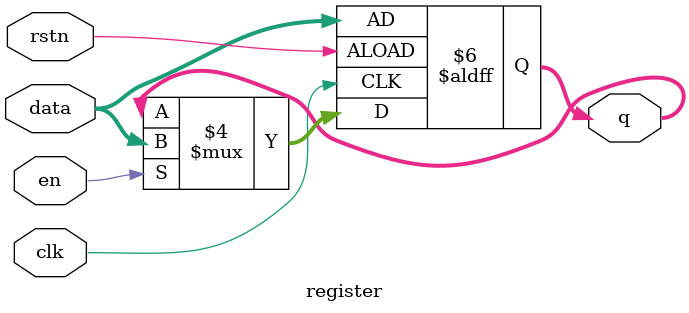
<source format=v>
`timescale 1 ns/1 ns


module register( data, en, clk, rstn, q );
	input   [7:0] data;
	input   en, clk;
    input   rstn;
    output  [7:0] q;
    reg		[7:0] q;
	
	always@(posedge clk or negedge rstn)
	begin
		if(!rstn)
			q <= data;
		else if(en)
			q <= data;
			else
			q <= q;
	
	
	end
	
	endmodule
	

</source>
